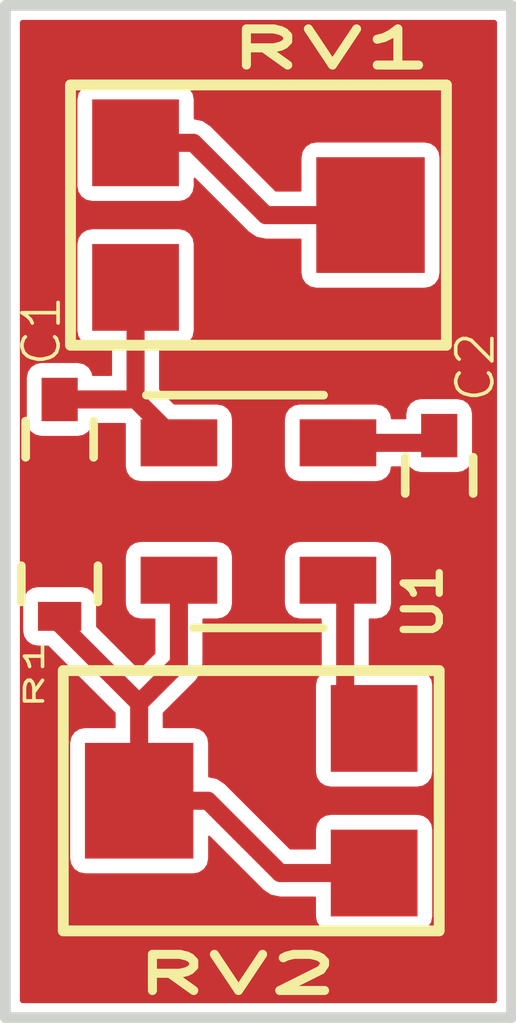
<source format=kicad_pcb>
(kicad_pcb (version 4) (host pcbnew 4.0.7)

  (general
    (links 11)
    (no_connects 0)
    (area 102.425 103.924999 114.575 118.075001)
    (thickness 1.6)
    (drawings 4)
    (tracks 23)
    (zones 0)
    (modules 6)
    (nets 7)
  )

  (page A4)
  (title_block
    (title "Wolfe PFF Circuit Layout")
    (date 09/12/2017)
    (rev 1.0)
  )

  (layers
    (0 F.Cu signal)
    (31 B.Cu signal)
    (32 B.Adhes user)
    (33 F.Adhes user)
    (34 B.Paste user)
    (35 F.Paste user)
    (36 B.SilkS user)
    (37 F.SilkS user)
    (38 B.Mask user)
    (39 F.Mask user)
    (40 Dwgs.User user)
    (41 Cmts.User user)
    (42 Eco1.User user)
    (43 Eco2.User user)
    (44 Edge.Cuts user)
    (45 Margin user)
    (46 B.CrtYd user)
    (47 F.CrtYd user)
    (48 B.Fab user)
    (49 F.Fab user hide)
  )

  (setup
    (last_trace_width 0.25)
    (trace_clearance 0.2)
    (zone_clearance 0.0254)
    (zone_45_only no)
    (trace_min 0.2)
    (segment_width 0.2)
    (edge_width 0.15)
    (via_size 0.6)
    (via_drill 0.4)
    (via_min_size 0.4)
    (via_min_drill 0.3)
    (uvia_size 0.3)
    (uvia_drill 0.1)
    (uvias_allowed no)
    (uvia_min_size 0.2)
    (uvia_min_drill 0.1)
    (pcb_text_width 0.3)
    (pcb_text_size 1.5 1.5)
    (mod_edge_width 0.15)
    (mod_text_size 1 1)
    (mod_text_width 0.15)
    (pad_size 1.524 1.524)
    (pad_drill 0.762)
    (pad_to_mask_clearance 0.2)
    (aux_axis_origin 0 0)
    (visible_elements 7FFFFFFF)
    (pcbplotparams
      (layerselection 0x010f0_80000001)
      (usegerberextensions true)
      (excludeedgelayer true)
      (linewidth 0.100000)
      (plotframeref false)
      (viasonmask false)
      (mode 1)
      (useauxorigin false)
      (hpglpennumber 1)
      (hpglpenspeed 20)
      (hpglpendiameter 15)
      (hpglpenoverlay 2)
      (psnegative false)
      (psa4output false)
      (plotreference true)
      (plotvalue true)
      (plotinvisibletext false)
      (padsonsilk false)
      (subtractmaskfromsilk false)
      (outputformat 1)
      (mirror false)
      (drillshape 0)
      (scaleselection 1)
      (outputdirectory Gerbers/))
  )

  (net 0 "")
  (net 1 "Net-(C1-Pad1)")
  (net 2 GND)
  (net 3 "Net-(R1-Pad1)")
  (net 4 0-2V)
  (net 5 Output)
  (net 6 +5V)

  (net_class Default "This is the default net class."
    (clearance 0.2)
    (trace_width 0.25)
    (via_dia 0.6)
    (via_drill 0.4)
    (uvia_dia 0.3)
    (uvia_drill 0.1)
    (add_net +5V)
    (add_net 0-2V)
    (add_net GND)
    (add_net "Net-(C1-Pad1)")
    (add_net "Net-(R1-Pad1)")
    (add_net Output)
  )

  (module Capacitors_SMD:C_0402 (layer F.Cu) (tedit 59B9C5D7) (tstamp 59B89BC2)
    (at 105.75 110 270)
    (descr "Capacitor SMD 0402, reflow soldering, AVX (see smccp.pdf)")
    (tags "capacitor 0402")
    (path /59B871E7)
    (attr smd)
    (fp_text reference C1 (at -1.5 0.25 450) (layer F.SilkS)
      (effects (font (size 0.5 0.5) (thickness 0.05)))
    )
    (fp_text value "" (at 0 1.27 270) (layer F.Fab)
      (effects (font (size 1 1) (thickness 0.15)))
    )
    (fp_line (start -0.5 0.25) (end -0.5 -0.25) (layer F.Fab) (width 0.1))
    (fp_line (start 0.5 0.25) (end -0.5 0.25) (layer F.Fab) (width 0.1))
    (fp_line (start 0.5 -0.25) (end 0.5 0.25) (layer F.Fab) (width 0.1))
    (fp_line (start -0.5 -0.25) (end 0.5 -0.25) (layer F.Fab) (width 0.1))
    (fp_line (start 0.25 -0.47) (end -0.25 -0.47) (layer F.SilkS) (width 0.12))
    (fp_line (start -0.25 0.47) (end 0.25 0.47) (layer F.SilkS) (width 0.12))
    (fp_line (start -1 -0.4) (end 1 -0.4) (layer F.CrtYd) (width 0.05))
    (fp_line (start -1 -0.4) (end -1 0.4) (layer F.CrtYd) (width 0.05))
    (fp_line (start 1 0.4) (end 1 -0.4) (layer F.CrtYd) (width 0.05))
    (fp_line (start 1 0.4) (end -1 0.4) (layer F.CrtYd) (width 0.05))
    (pad 1 smd rect (at -0.55 0 270) (size 0.6 0.5) (layers F.Cu F.Paste F.Mask)
      (net 1 "Net-(C1-Pad1)"))
    (pad 2 smd rect (at 0.55 0 270) (size 0.6 0.5) (layers F.Cu F.Paste F.Mask)
      (net 2 GND))
    (model Capacitors_SMD.3dshapes/C_0402.wrl
      (at (xyz 0 0 0))
      (scale (xyz 1 1 1))
      (rotate (xyz 0 0 0))
    )
  )

  (module Resistors_SMD:R_0402 (layer F.Cu) (tedit 59B9C610) (tstamp 59B89BD3)
    (at 105.75 112 90)
    (descr "Resistor SMD 0402, reflow soldering, Vishay (see dcrcw.pdf)")
    (tags "resistor 0402")
    (path /59B87423)
    (attr smd)
    (fp_text reference R1 (at -1.25 -0.35 90) (layer F.SilkS)
      (effects (font (size 0.25 0.5) (thickness 0.05)))
    )
    (fp_text value "" (at 0 1.45 90) (layer F.Fab)
      (effects (font (size 1 1) (thickness 0.15)))
    )
    (fp_line (start -0.5 0.25) (end -0.5 -0.25) (layer F.Fab) (width 0.1))
    (fp_line (start 0.5 0.25) (end -0.5 0.25) (layer F.Fab) (width 0.1))
    (fp_line (start 0.5 -0.25) (end 0.5 0.25) (layer F.Fab) (width 0.1))
    (fp_line (start -0.5 -0.25) (end 0.5 -0.25) (layer F.Fab) (width 0.1))
    (fp_line (start 0.25 -0.53) (end -0.25 -0.53) (layer F.SilkS) (width 0.12))
    (fp_line (start -0.25 0.53) (end 0.25 0.53) (layer F.SilkS) (width 0.12))
    (fp_line (start -0.8 -0.45) (end 0.8 -0.45) (layer F.CrtYd) (width 0.05))
    (fp_line (start -0.8 -0.45) (end -0.8 0.45) (layer F.CrtYd) (width 0.05))
    (fp_line (start 0.8 0.45) (end 0.8 -0.45) (layer F.CrtYd) (width 0.05))
    (fp_line (start 0.8 0.45) (end -0.8 0.45) (layer F.CrtYd) (width 0.05))
    (pad 1 smd rect (at -0.45 0 90) (size 0.4 0.6) (layers F.Cu F.Paste F.Mask)
      (net 3 "Net-(R1-Pad1)"))
    (pad 2 smd rect (at 0.45 0 90) (size 0.4 0.6) (layers F.Cu F.Paste F.Mask)
      (net 2 GND))
    (model ${KISYS3DMOD}/Resistors_SMD.3dshapes/R_0402.wrl
      (at (xyz 0 0 0))
      (scale (xyz 1 1 1))
      (rotate (xyz 0 0 0))
    )
  )

  (module Footprints:Bourns_TrimPot_TC33_3mm (layer F.Cu) (tedit 59B9C6A4) (tstamp 59B89BDE)
    (at 108.6 106.9 270)
    (descr "Bourns TrimPot TC33 3mm")
    (path /59B8717A)
    (fp_text reference RV1 (at -2.3 -0.9 360) (layer F.SilkS)
      (effects (font (size 0.5 1) (thickness 0.125)))
    )
    (fp_text value "" (at -0.2 -4.9 270) (layer F.Fab) hide
      (effects (font (size 1 1) (thickness 0.15)))
    )
    (fp_line (start -1.8 -2.5) (end 1.8 -2.5) (layer F.SilkS) (width 0.15))
    (fp_line (start 1.8 2.7) (end 1.8 -2.5) (layer F.SilkS) (width 0.15))
    (fp_line (start -1.8 2.7) (end 1.8 2.7) (layer F.SilkS) (width 0.15))
    (fp_line (start -1.8 -2.5) (end -1.8 2.7) (layer F.SilkS) (width 0.15))
    (pad 1 smd rect (at -1 1.8 270) (size 1.2 1.2) (layers F.Cu F.Paste F.Mask)
      (net 4 0-2V))
    (pad 2 smd rect (at 0 -1.45 270) (size 1.6 1.5) (layers F.Cu F.Paste F.Mask)
      (net 4 0-2V))
    (pad 3 smd rect (at 1 1.8 270) (size 1.2 1.2) (layers F.Cu F.Paste F.Mask)
      (net 1 "Net-(C1-Pad1)"))
  )

  (module Footprints:Bourns_TrimPot_TC33_3mm (layer F.Cu) (tedit 59B9C555) (tstamp 59B89BE9)
    (at 108.3 115 90)
    (descr "Bourns TrimPot TC33 3mm")
    (path /59B870DD)
    (fp_text reference RV2 (at -2.4 -0.1 180) (layer F.SilkS)
      (effects (font (size 0.5 1) (thickness 0.125)))
    )
    (fp_text value "" (at -0.2 -4.9 90) (layer F.Fab)
      (effects (font (size 1 1) (thickness 0.15)))
    )
    (fp_line (start -1.8 -2.5) (end 1.8 -2.5) (layer F.SilkS) (width 0.15))
    (fp_line (start 1.8 2.7) (end 1.8 -2.5) (layer F.SilkS) (width 0.15))
    (fp_line (start -1.8 2.7) (end 1.8 2.7) (layer F.SilkS) (width 0.15))
    (fp_line (start -1.8 -2.5) (end -1.8 2.7) (layer F.SilkS) (width 0.15))
    (pad 1 smd rect (at -1 1.8 90) (size 1.2 1.2) (layers F.Cu F.Paste F.Mask)
      (net 3 "Net-(R1-Pad1)"))
    (pad 2 smd rect (at 0 -1.45 90) (size 1.6 1.5) (layers F.Cu F.Paste F.Mask)
      (net 3 "Net-(R1-Pad1)"))
    (pad 3 smd rect (at 1 1.8 90) (size 1.2 1.2) (layers F.Cu F.Paste F.Mask)
      (net 5 Output))
  )

  (module TO_SOT_Packages_SMD:SOT-23-5 (layer F.Cu) (tedit 59B9C5FB) (tstamp 59B89BF2)
    (at 108.5 111)
    (descr "5-pin SOT23 package")
    (tags SOT-23-5)
    (path /59B8704F)
    (attr smd)
    (fp_text reference U1 (at 2.275 1.25 90) (layer F.SilkS)
      (effects (font (size 0.5 0.5) (thickness 0.1)))
    )
    (fp_text value "" (at 0 2.9) (layer F.Fab)
      (effects (font (size 1 1) (thickness 0.15)))
    )
    (fp_text user %R (at 0 0 90) (layer F.Fab)
      (effects (font (size 0.5 0.5) (thickness 0.075)))
    )
    (fp_line (start -0.9 1.61) (end 0.9 1.61) (layer F.SilkS) (width 0.12))
    (fp_line (start 0.9 -1.61) (end -1.55 -1.61) (layer F.SilkS) (width 0.12))
    (fp_line (start -1.9 -1.8) (end 1.9 -1.8) (layer F.CrtYd) (width 0.05))
    (fp_line (start 1.9 -1.8) (end 1.9 1.8) (layer F.CrtYd) (width 0.05))
    (fp_line (start 1.9 1.8) (end -1.9 1.8) (layer F.CrtYd) (width 0.05))
    (fp_line (start -1.9 1.8) (end -1.9 -1.8) (layer F.CrtYd) (width 0.05))
    (fp_line (start -0.9 -0.9) (end -0.25 -1.55) (layer F.Fab) (width 0.1))
    (fp_line (start 0.9 -1.55) (end -0.25 -1.55) (layer F.Fab) (width 0.1))
    (fp_line (start -0.9 -0.9) (end -0.9 1.55) (layer F.Fab) (width 0.1))
    (fp_line (start 0.9 1.55) (end -0.9 1.55) (layer F.Fab) (width 0.1))
    (fp_line (start 0.9 -1.55) (end 0.9 1.55) (layer F.Fab) (width 0.1))
    (pad 1 smd rect (at -1.1 -0.95) (size 1.06 0.65) (layers F.Cu F.Paste F.Mask)
      (net 1 "Net-(C1-Pad1)"))
    (pad 2 smd rect (at -1.1 0) (size 1.06 0.65) (layers F.Cu F.Paste F.Mask)
      (net 2 GND))
    (pad 3 smd rect (at -1.1 0.95) (size 1.06 0.65) (layers F.Cu F.Paste F.Mask)
      (net 3 "Net-(R1-Pad1)"))
    (pad 4 smd rect (at 1.1 0.95) (size 1.06 0.65) (layers F.Cu F.Paste F.Mask)
      (net 5 Output))
    (pad 5 smd rect (at 1.1 -0.95) (size 1.06 0.65) (layers F.Cu F.Paste F.Mask)
      (net 6 +5V))
    (model ${KISYS3DMOD}/TO_SOT_Packages_SMD.3dshapes/SOT-23-5.wrl
      (at (xyz 0 0 0))
      (scale (xyz 1 1 1))
      (rotate (xyz 0 0 0))
    )
  )

  (module Capacitors_SMD:C_0402 (layer F.Cu) (tedit 59B9C63B) (tstamp 59B9BBEB)
    (at 111 110.5 270)
    (descr "Capacitor SMD 0402, reflow soldering, AVX (see smccp.pdf)")
    (tags "capacitor 0402")
    (path /59B9BB7B)
    (attr smd)
    (fp_text reference C2 (at -1.5 -0.5 270) (layer F.SilkS)
      (effects (font (size 0.5 0.5) (thickness 0.05)))
    )
    (fp_text value "" (at 0 1.27 270) (layer F.Fab)
      (effects (font (size 1 1) (thickness 0.15)))
    )
    (fp_line (start -0.5 0.25) (end -0.5 -0.25) (layer F.Fab) (width 0.1))
    (fp_line (start 0.5 0.25) (end -0.5 0.25) (layer F.Fab) (width 0.1))
    (fp_line (start 0.5 -0.25) (end 0.5 0.25) (layer F.Fab) (width 0.1))
    (fp_line (start -0.5 -0.25) (end 0.5 -0.25) (layer F.Fab) (width 0.1))
    (fp_line (start 0.25 -0.47) (end -0.25 -0.47) (layer F.SilkS) (width 0.12))
    (fp_line (start -0.25 0.47) (end 0.25 0.47) (layer F.SilkS) (width 0.12))
    (fp_line (start -1 -0.4) (end 1 -0.4) (layer F.CrtYd) (width 0.05))
    (fp_line (start -1 -0.4) (end -1 0.4) (layer F.CrtYd) (width 0.05))
    (fp_line (start 1 0.4) (end 1 -0.4) (layer F.CrtYd) (width 0.05))
    (fp_line (start 1 0.4) (end -1 0.4) (layer F.CrtYd) (width 0.05))
    (pad 1 smd rect (at -0.55 0 270) (size 0.6 0.5) (layers F.Cu F.Paste F.Mask)
      (net 6 +5V))
    (pad 2 smd rect (at 0.55 0 270) (size 0.6 0.5) (layers F.Cu F.Paste F.Mask)
      (net 2 GND))
    (model Capacitors_SMD.3dshapes/C_0402.wrl
      (at (xyz 0 0 0))
      (scale (xyz 1 1 1))
      (rotate (xyz 0 0 0))
    )
  )

  (gr_line (start 105 118) (end 105 104) (angle 90) (layer Edge.Cuts) (width 0.15))
  (gr_line (start 112 118) (end 105 118) (angle 90) (layer Edge.Cuts) (width 0.15))
  (gr_line (start 112 104) (end 112 118) (angle 90) (layer Edge.Cuts) (width 0.15))
  (gr_line (start 105 104) (end 112 104) (angle 90) (layer Edge.Cuts) (width 0.15))

  (segment (start 106.8 107.9) (end 106.8 109.45) (width 0.25) (layer F.Cu) (net 1))
  (segment (start 106.8 109.45) (end 107.4 110.05) (width 0.25) (layer F.Cu) (net 1) (tstamp 59B9BE51))
  (segment (start 105.75 109.45) (end 106.8 109.45) (width 0.25) (layer F.Cu) (net 1))
  (segment (start 111 111.05) (end 107.45 111.05) (width 0.25) (layer F.Cu) (net 2))
  (segment (start 107.45 111.05) (end 107.4 111) (width 0.25) (layer F.Cu) (net 2) (tstamp 59B9BE08))
  (segment (start 105.75 111) (end 107.4 111) (width 0.25) (layer F.Cu) (net 2))
  (segment (start 105.75 111.55) (end 105.75 111) (width 0.25) (layer F.Cu) (net 2))
  (segment (start 105.75 111) (end 105.75 110.55) (width 0.25) (layer F.Cu) (net 2) (tstamp 59B9BE04))
  (segment (start 108.8 116) (end 110.1 116) (width 0.25) (layer F.Cu) (net 3) (tstamp 59B9C02C))
  (segment (start 107.8 115) (end 108.8 116) (width 0.25) (layer F.Cu) (net 3) (tstamp 59B9C028))
  (segment (start 106.85 115) (end 107.8 115) (width 0.25) (layer F.Cu) (net 3))
  (segment (start 105.75 112.45) (end 105.75 112.55) (width 0.25) (layer F.Cu) (net 3))
  (segment (start 105.75 112.55) (end 106.85 113.65) (width 0.25) (layer F.Cu) (net 3) (tstamp 59B9BEA6))
  (segment (start 106.85 115) (end 106.85 113.65) (width 0.25) (layer F.Cu) (net 3))
  (segment (start 107.4 113.1) (end 107.4 111.95) (width 0.25) (layer F.Cu) (net 3) (tstamp 59B9BDF8))
  (segment (start 106.85 113.65) (end 107.4 113.1) (width 0.25) (layer F.Cu) (net 3) (tstamp 59B9BDEE))
  (segment (start 110.05 106.9) (end 108.6 106.9) (width 0.25) (layer F.Cu) (net 4))
  (segment (start 107.6 105.9) (end 108.6 106.9) (width 0.25) (layer F.Cu) (net 4) (tstamp 59B9BFF6))
  (segment (start 107.6 105.9) (end 106.8 105.9) (width 0.25) (layer F.Cu) (net 4))
  (segment (start 109.7 111.95) (end 109.7 113.5) (width 0.25) (layer F.Cu) (net 5))
  (segment (start 109.7 113.5) (end 110.1 114) (width 0.25) (layer F.Cu) (net 5) (tstamp 59B9BDDA))
  (segment (start 109.6 110.05) (end 110.9 110.05) (width 0.25) (layer F.Cu) (net 6))
  (segment (start 110.9 110.05) (end 111 109.95) (width 0.25) (layer F.Cu) (net 6) (tstamp 59B9BDC1))

  (zone (net 2) (net_name GND) (layer F.Cu) (tstamp 59B9C38D) (hatch none 0.508)
    (priority 1)
    (connect_pads yes (clearance 0.0254))
    (min_thickness 0.0254)
    (fill yes (arc_segments 16) (thermal_gap 0) (thermal_bridge_width 0.1) (smoothing chamfer) (radius 0.0254))
    (polygon
      (pts
        (xy 111.8 117.8) (xy 105.2 117.8) (xy 105.2 104.2) (xy 111.8 104.2)
      )
    )
    (filled_polygon
      (pts
        (xy 111.7873 104.23066) (xy 111.7873 117.76934) (xy 111.76934 117.7873) (xy 105.23066 117.7873) (xy 105.2127 117.76934)
        (xy 105.2127 112.25) (xy 105.233133 112.25) (xy 105.233133 112.65) (xy 105.247964 112.728822) (xy 105.294548 112.801215)
        (xy 105.365627 112.849781) (xy 105.45 112.866867) (xy 105.589287 112.866867) (xy 106.5123 113.78988) (xy 106.5123 113.983133)
        (xy 106.1 113.983133) (xy 106.021178 113.997964) (xy 105.948785 114.044548) (xy 105.900219 114.115627) (xy 105.883133 114.2)
        (xy 105.883133 115.8) (xy 105.897964 115.878822) (xy 105.944548 115.951215) (xy 106.015627 115.999781) (xy 106.1 116.016867)
        (xy 107.6 116.016867) (xy 107.678822 116.002036) (xy 107.751215 115.955452) (xy 107.799781 115.884373) (xy 107.816867 115.8)
        (xy 107.816867 115.494447) (xy 108.56121 116.23879) (xy 108.670768 116.311994) (xy 108.8 116.3377) (xy 109.283133 116.3377)
        (xy 109.283133 116.6) (xy 109.297964 116.678822) (xy 109.344548 116.751215) (xy 109.415627 116.799781) (xy 109.5 116.816867)
        (xy 110.7 116.816867) (xy 110.778822 116.802036) (xy 110.851215 116.755452) (xy 110.899781 116.684373) (xy 110.916867 116.6)
        (xy 110.916867 115.4) (xy 110.902036 115.321178) (xy 110.855452 115.248785) (xy 110.784373 115.200219) (xy 110.7 115.183133)
        (xy 109.5 115.183133) (xy 109.421178 115.197964) (xy 109.348785 115.244548) (xy 109.300219 115.315627) (xy 109.283133 115.4)
        (xy 109.283133 115.6623) (xy 108.93988 115.6623) (xy 108.03879 114.76121) (xy 107.929232 114.688006) (xy 107.816867 114.665655)
        (xy 107.816867 114.2) (xy 107.802036 114.121178) (xy 107.755452 114.048785) (xy 107.684373 114.000219) (xy 107.6 113.983133)
        (xy 107.1877 113.983133) (xy 107.1877 113.78988) (xy 107.63879 113.33879) (xy 107.711994 113.229233) (xy 107.7377 113.1)
        (xy 107.7377 112.491867) (xy 107.93 112.491867) (xy 108.008822 112.477036) (xy 108.081215 112.430452) (xy 108.129781 112.359373)
        (xy 108.146867 112.275) (xy 108.146867 111.625) (xy 108.853133 111.625) (xy 108.853133 112.275) (xy 108.867964 112.353822)
        (xy 108.914548 112.426215) (xy 108.985627 112.474781) (xy 109.07 112.491867) (xy 109.3623 112.491867) (xy 109.3623 113.235851)
        (xy 109.348785 113.244548) (xy 109.300219 113.315627) (xy 109.283133 113.4) (xy 109.283133 114.6) (xy 109.297964 114.678822)
        (xy 109.344548 114.751215) (xy 109.415627 114.799781) (xy 109.5 114.816867) (xy 110.7 114.816867) (xy 110.778822 114.802036)
        (xy 110.851215 114.755452) (xy 110.899781 114.684373) (xy 110.916867 114.6) (xy 110.916867 113.4) (xy 110.902036 113.321178)
        (xy 110.855452 113.248785) (xy 110.784373 113.200219) (xy 110.7 113.183133) (xy 110.0377 113.183133) (xy 110.0377 112.491867)
        (xy 110.13 112.491867) (xy 110.208822 112.477036) (xy 110.281215 112.430452) (xy 110.329781 112.359373) (xy 110.346867 112.275)
        (xy 110.346867 111.625) (xy 110.332036 111.546178) (xy 110.285452 111.473785) (xy 110.214373 111.425219) (xy 110.13 111.408133)
        (xy 109.07 111.408133) (xy 108.991178 111.422964) (xy 108.918785 111.469548) (xy 108.870219 111.540627) (xy 108.853133 111.625)
        (xy 108.146867 111.625) (xy 108.132036 111.546178) (xy 108.085452 111.473785) (xy 108.014373 111.425219) (xy 107.93 111.408133)
        (xy 106.87 111.408133) (xy 106.791178 111.422964) (xy 106.718785 111.469548) (xy 106.670219 111.540627) (xy 106.653133 111.625)
        (xy 106.653133 112.275) (xy 106.667964 112.353822) (xy 106.714548 112.426215) (xy 106.785627 112.474781) (xy 106.87 112.491867)
        (xy 107.0623 112.491867) (xy 107.0623 112.96012) (xy 106.85 113.17242) (xy 106.266867 112.589287) (xy 106.266867 112.25)
        (xy 106.252036 112.171178) (xy 106.205452 112.098785) (xy 106.134373 112.050219) (xy 106.05 112.033133) (xy 105.45 112.033133)
        (xy 105.371178 112.047964) (xy 105.298785 112.094548) (xy 105.250219 112.165627) (xy 105.233133 112.25) (xy 105.2127 112.25)
        (xy 105.2127 109.15) (xy 105.283133 109.15) (xy 105.283133 109.75) (xy 105.297964 109.828822) (xy 105.344548 109.901215)
        (xy 105.415627 109.949781) (xy 105.5 109.966867) (xy 106 109.966867) (xy 106.078822 109.952036) (xy 106.151215 109.905452)
        (xy 106.199781 109.834373) (xy 106.209233 109.7877) (xy 106.653133 109.7877) (xy 106.653133 110.375) (xy 106.667964 110.453822)
        (xy 106.714548 110.526215) (xy 106.785627 110.574781) (xy 106.87 110.591867) (xy 107.93 110.591867) (xy 108.008822 110.577036)
        (xy 108.081215 110.530452) (xy 108.129781 110.459373) (xy 108.146867 110.375) (xy 108.146867 109.725) (xy 108.853133 109.725)
        (xy 108.853133 110.375) (xy 108.867964 110.453822) (xy 108.914548 110.526215) (xy 108.985627 110.574781) (xy 109.07 110.591867)
        (xy 110.13 110.591867) (xy 110.208822 110.577036) (xy 110.281215 110.530452) (xy 110.329781 110.459373) (xy 110.344295 110.3877)
        (xy 110.585851 110.3877) (xy 110.594548 110.401215) (xy 110.665627 110.449781) (xy 110.75 110.466867) (xy 111.25 110.466867)
        (xy 111.328822 110.452036) (xy 111.401215 110.405452) (xy 111.449781 110.334373) (xy 111.466867 110.25) (xy 111.466867 109.65)
        (xy 111.452036 109.571178) (xy 111.405452 109.498785) (xy 111.334373 109.450219) (xy 111.25 109.433133) (xy 110.75 109.433133)
        (xy 110.671178 109.447964) (xy 110.598785 109.494548) (xy 110.550219 109.565627) (xy 110.533133 109.65) (xy 110.533133 109.7123)
        (xy 110.344477 109.7123) (xy 110.332036 109.646178) (xy 110.285452 109.573785) (xy 110.214373 109.525219) (xy 110.13 109.508133)
        (xy 109.07 109.508133) (xy 108.991178 109.522964) (xy 108.918785 109.569548) (xy 108.870219 109.640627) (xy 108.853133 109.725)
        (xy 108.146867 109.725) (xy 108.132036 109.646178) (xy 108.085452 109.573785) (xy 108.014373 109.525219) (xy 107.93 109.508133)
        (xy 107.335713 109.508133) (xy 107.1377 109.31012) (xy 107.1377 108.716867) (xy 107.4 108.716867) (xy 107.478822 108.702036)
        (xy 107.551215 108.655452) (xy 107.599781 108.584373) (xy 107.616867 108.5) (xy 107.616867 107.3) (xy 107.602036 107.221178)
        (xy 107.555452 107.148785) (xy 107.484373 107.100219) (xy 107.4 107.083133) (xy 106.2 107.083133) (xy 106.121178 107.097964)
        (xy 106.048785 107.144548) (xy 106.000219 107.215627) (xy 105.983133 107.3) (xy 105.983133 108.5) (xy 105.997964 108.578822)
        (xy 106.044548 108.651215) (xy 106.115627 108.699781) (xy 106.2 108.716867) (xy 106.4623 108.716867) (xy 106.4623 109.1123)
        (xy 106.209773 109.1123) (xy 106.202036 109.071178) (xy 106.155452 108.998785) (xy 106.084373 108.950219) (xy 106 108.933133)
        (xy 105.5 108.933133) (xy 105.421178 108.947964) (xy 105.348785 108.994548) (xy 105.300219 109.065627) (xy 105.283133 109.15)
        (xy 105.2127 109.15) (xy 105.2127 105.3) (xy 105.983133 105.3) (xy 105.983133 106.5) (xy 105.997964 106.578822)
        (xy 106.044548 106.651215) (xy 106.115627 106.699781) (xy 106.2 106.716867) (xy 107.4 106.716867) (xy 107.478822 106.702036)
        (xy 107.551215 106.655452) (xy 107.599781 106.584373) (xy 107.616867 106.5) (xy 107.616867 106.394447) (xy 108.36121 107.13879)
        (xy 108.470768 107.211994) (xy 108.6 107.2377) (xy 109.083133 107.2377) (xy 109.083133 107.7) (xy 109.097964 107.778822)
        (xy 109.144548 107.851215) (xy 109.215627 107.899781) (xy 109.3 107.916867) (xy 110.8 107.916867) (xy 110.878822 107.902036)
        (xy 110.951215 107.855452) (xy 110.999781 107.784373) (xy 111.016867 107.7) (xy 111.016867 106.1) (xy 111.002036 106.021178)
        (xy 110.955452 105.948785) (xy 110.884373 105.900219) (xy 110.8 105.883133) (xy 109.3 105.883133) (xy 109.221178 105.897964)
        (xy 109.148785 105.944548) (xy 109.100219 106.015627) (xy 109.083133 106.1) (xy 109.083133 106.5623) (xy 108.73988 106.5623)
        (xy 107.83879 105.66121) (xy 107.729232 105.588006) (xy 107.616867 105.565655) (xy 107.616867 105.3) (xy 107.602036 105.221178)
        (xy 107.555452 105.148785) (xy 107.484373 105.100219) (xy 107.4 105.083133) (xy 106.2 105.083133) (xy 106.121178 105.097964)
        (xy 106.048785 105.144548) (xy 106.000219 105.215627) (xy 105.983133 105.3) (xy 105.2127 105.3) (xy 105.2127 104.23066)
        (xy 105.23066 104.2127) (xy 111.76934 104.2127)
      )
    )
  )
)

</source>
